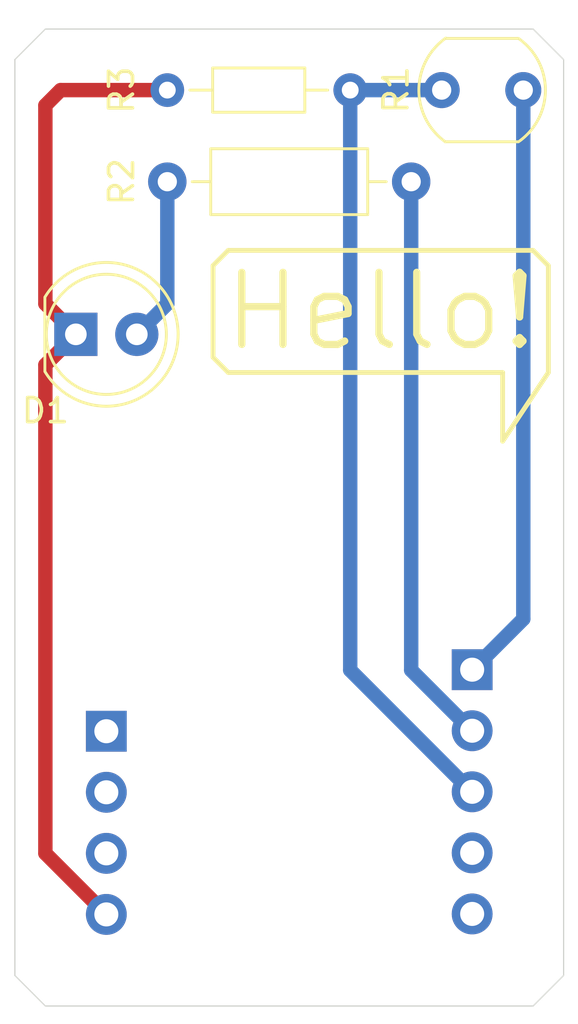
<source format=kicad_pcb>
(kicad_pcb (version 20211014) (generator pcbnew)
  (layers (0 "F.Cu" signal) (31 "B.Cu" signal) (34 "B.Paste" user) (35 "F.Paste" user) (36 "B.SilkS" user "B.Silkscreen") (37 "F.SilkS" user "F.Silkscreen") (38 "B.Mask" user) (39 "F.Mask" user) (44 "Edge.Cuts" user))
  (net 0 "")
  (net 1 "Net-(D1-Pad2)")
  (net 2 "/G5")
  (net 3 "GND")
  (net 4 "/G6")
  (net 5 "+3V3")
  (footprint "Connector_PinHeader_2.54mm:PinHeader_1x04_P2.54mm_Vertical" (layer "F.Cu") (at -7.62 22.86)
    (fp_text reference "J2" hide)
    (fp_text value "Conn_01x04" hide)
    (pad "1" thru_hole rect (at 0 0) (size 1.7 1.7) (drill 1) (layers *.Cu *.Mask))
    (pad "2" thru_hole oval (at 0 2.54) (size 1.7 1.7) (drill 1) (layers *.Cu *.Mask))
    (pad "3" thru_hole oval (at 0 5.08) (size 1.7 1.7) (drill 1) (layers *.Cu *.Mask))
    (pad "4" thru_hole oval (at 0 7.62) (size 1.7 1.7) (drill 1) (layers *.Cu *.Mask) (net 3 "GND"))
  )
  (footprint "LED_THT:LED_D5.0mm" (layer "F.Cu") (at -8.89 6.35)
    (fp_text reference "D1" (at -1.27 3.175) (layer "F.SilkS"))
    (fp_text value "LED")
    (fp_line (start -1.29 -1.545) (end -1.29 1.545) (layer "F.SilkS") (width 0.12))
    (fp_arc (start 4.26 -0.000462) (mid 2.072002 2.880433) (end -1.29 1.54483) (layer "F.SilkS") (width 0.12))
    (fp_arc (start -1.29 -1.54483) (mid 2.072002 -2.880433) (end 4.26 0.000462) (layer "F.SilkS") (width 0.12))
    (fp_circle (center 1.27 0) (end 3.77 0) (layer "F.SilkS") (width 0.12) (fill none))
    (pad "1" thru_hole rect locked (at 0 0) (size 1.8 1.8) (drill 0.9) (layers *.Cu *.Mask) (net 3 "GND"))
    (pad "2" thru_hole circle locked (at 2.54 0) (size 1.8 1.8) (drill 0.9) (layers *.Cu *.Mask) (net 1 "Net-(D1-Pad2)"))
  )
  (footprint "Connector_PinHeader_2.54mm:PinHeader_1x05_P2.54mm_Vertical" (layer "F.Cu") (at 7.62 20.3)
    (fp_text reference "J1" hide)
    (fp_text value "Conn_01x05" hide)
    (pad "1" thru_hole rect (at 0 0) (size 1.7 1.7) (drill 1) (layers *.Cu *.Mask) (net 5 "+3V3"))
    (pad "2" thru_hole oval (at 0 2.54) (size 1.7 1.7) (drill 1) (layers *.Cu *.Mask) (net 2 "/G5"))
    (pad "3" thru_hole oval (at 0 5.08) (size 1.7 1.7) (drill 1) (layers *.Cu *.Mask) (net 4 "/G6"))
    (pad "4" thru_hole oval (at 0 7.62) (size 1.7 1.7) (drill 1) (layers *.Cu *.Mask))
    (pad "5" thru_hole oval (at 0 10.16) (size 1.7 1.7) (drill 1) (layers *.Cu *.Mask))
  )
  (footprint "OptoDevice:R_LDR_5.1x4.3mm_P3.4mm_Vertical" (layer "F.Cu") (at 6.35 -3.81)
    (fp_text reference "R1" (at -1.905 -0.013368 90) (layer "F.SilkS"))
    (fp_text value "R")
    (fp_line (start 0.15 2.15) (end 3.2 2.15) (layer "F.SilkS") (width 0.12))
    (fp_line (start 0.15 -2.15) (end 3.2 -2.15) (layer "F.SilkS") (width 0.12))
    (fp_arc (start 0.15 2.15) (mid -0.950438 -0.013368) (end 0.171766 -2.165525) (layer "F.SilkS") (width 0.12))
    (fp_arc (start 3.2 -2.15) (mid 4.321403 -0.027338) (end 3.244513 2.118249) (layer "F.SilkS") (width 0.12))
    (pad "1" thru_hole circle locked (at 0 0) (size 1.5 1.5) (drill 0.8) (layers *.Cu *.Mask) (net 4 "/G6"))
    (pad "2" thru_hole circle locked (at 3.4 0) (size 1.5 1.5) (drill 0.8) (layers *.Cu *.Mask) (net 5 "+3V3"))
  )
  (footprint "Resistor_THT:R_Axial_DIN0204_L3.6mm_D1.6mm_P7.62mm_Horizontal" (layer "F.Cu") (at -5.08 -3.81)
    (fp_text reference "R3" (at -1.905 0 90) (layer "F.SilkS"))
    (fp_text value "10k")
    (fp_line (start 1.89 0.92) (end 5.73 0.92) (layer "F.SilkS") (width 0.12))
    (fp_line (start 5.73 0.92) (end 5.73 -0.92) (layer "F.SilkS") (width 0.12))
    (fp_line (start 5.73 -0.92) (end 1.89 -0.92) (layer "F.SilkS") (width 0.12))
    (fp_line (start 1.89 -0.92) (end 1.89 0.92) (layer "F.SilkS") (width 0.12))
    (fp_line (start 0.94 0) (end 1.89 0) (layer "F.SilkS") (width 0.12))
    (fp_line (start 6.68 0) (end 5.73 0) (layer "F.SilkS") (width 0.12))
    (pad "1" thru_hole circle locked (at 0 0) (size 1.4 1.4) (drill 0.7) (layers *.Cu *.Mask) (net 3 "GND"))
    (pad "2" thru_hole oval locked (at 7.62 0) (size 1.4 1.4) (drill 0.7) (layers *.Cu *.Mask) (net 4 "/G6"))
  )
  (footprint "Resistor_THT:R_Axial_DIN0207_L6.3mm_D2.5mm_P10.16mm_Horizontal" (layer "F.Cu") (at 5.08 0 180)
    (fp_text reference "R2" (at 12.065 0 90) (layer "F.SilkS"))
    (fp_text value "1k")
    (fp_line (start 9.12 0) (end 8.35 0) (layer "F.SilkS") (width 0.12))
    (fp_line (start 1.81 -1.37) (end 1.81 1.37) (layer "F.SilkS") (width 0.12))
    (fp_line (start 1.81 1.37) (end 8.35 1.37) (layer "F.SilkS") (width 0.12))
    (fp_line (start 8.35 -1.37) (end 1.81 -1.37) (layer "F.SilkS") (width 0.12))
    (fp_line (start 8.35 1.37) (end 8.35 -1.37) (layer "F.SilkS") (width 0.12))
    (fp_line (start 1.04 0) (end 1.81 0) (layer "F.SilkS") (width 0.12))
    (pad "1" thru_hole circle locked (at 0 0 180) (size 1.6 1.6) (drill 0.8) (layers *.Cu *.Mask) (net 2 "/G5"))
    (pad "2" thru_hole oval locked (at 10.16 0 180) (size 1.6 1.6) (drill 0.8) (layers *.Cu *.Mask) (net 1 "Net-(D1-Pad2)"))
  )
  (footprint "MountingHole:MountingHole_4.3mm_M4" (layer "F.Cu") (at 0 23)
    (fp_text reference "REF**" hide)
    (fp_text value "MountingHole_4.3mm_M4" hide)
    (pad "" np_thru_hole circle locked (at 0 0) (size 4.3 4.3) (drill 4.3) (layers *.Cu *.Mask))
  )
  (gr_line (start 10.16 2.8575) (end 10.795 3.4925) (layer "F.SilkS") (width 0.2))
  (gr_line (start -2.54 7.9375) (end 8.89 7.9375) (layer "F.SilkS") (width 0.2))
  (gr_line (start -3.175 7.3025) (end -2.54 7.9375) (layer "F.SilkS") (width 0.2))
  (gr_line (start 10.795 3.4925) (end 10.795 7.9375) (layer "F.SilkS") (width 0.2))
  (gr_line (start -2.54 2.8575) (end 10.16 2.8575) (layer "F.SilkS") (width 0.2))
  (gr_line (start 8.89 7.9375) (end 8.89 10.795) (layer "F.SilkS") (width 0.2))
  (gr_line (start -3.175 3.4925) (end -3.175 7.3025) (layer "F.SilkS") (width 0.2))
  (gr_line (start -3.175 3.4925) (end -2.54 2.8575) (layer "F.SilkS") (width 0.2))
  (gr_line (start 10.795 7.9375) (end 8.89 10.795) (layer "F.SilkS") (width 0.2))
  (gr_line (start 11.43 33.02) (end 11.43 -5.08) (layer "Edge.Cuts") (width 0.05))
  (gr_line (start -10.16 34.29) (end 10.16 34.29) (layer "Edge.Cuts") (width 0.05))
  (gr_line (start -11.43 33.02) (end -10.16 34.29) (layer "Edge.Cuts") (width 0.05))
  (gr_line (start 10.16 34.29) (end 11.43 33.02) (layer "Edge.Cuts") (width 0.05))
  (gr_line (start -11.43 -5.08) (end -11.43 33.02) (layer "Edge.Cuts") (width 0.05))
  (gr_line (start 11.43 -5.08) (end 10.16 -6.35) (layer "Edge.Cuts") (width 0.05))
  (gr_line (start -10.16 -6.35) (end -11.43 -5.08) (layer "Edge.Cuts") (width 0.05))
  (gr_line (start 10.16 -6.35) (end -10.16 -6.35) (layer "Edge.Cuts") (width 0.05))
  (gr_text "Hello!" (at 3.81 5.3975) (layer "F.SilkS") (effects (font (size 3 3) (thickness 0.3))))
  (segment (start -5.08 0) (end -5.08 5.08) (width 0.6) (layer "B.Cu") (net 1))
  (segment (start -5.08 5.08) (end -6.35 6.35) (width 0.6) (layer "B.Cu") (net 1))
  (segment (start 5.08 0) (end 5.08 20.32) (width 0.6) (layer "B.Cu") (net 2))
  (segment (start 5.08 20.32) (end 7.62 22.86) (width 0.6) (layer "B.Cu") (net 2))
  (segment (start -10.16 27.94) (end -7.62 30.48) (width 0.6) (layer "F.Cu") (net 3))
  (segment (start -10.16 7.62) (end -10.16 27.94) (width 0.6) (layer "F.Cu") (net 3))
  (segment (start -5.08 -3.81) (end -9.525 -3.81) (width 0.6) (layer "F.Cu") (net 3))
  (segment (start -9.525 -3.81) (end -10.16 -3.175) (width 0.6) (layer "F.Cu") (net 3))
  (segment (start -10.16 5.08) (end -8.89 6.35) (width 0.6) (layer "F.Cu") (net 3))
  (segment (start -8.89 6.35) (end -10.16 7.62) (width 0.6) (layer "F.Cu") (net 3))
  (segment (start -10.16 -3.175) (end -10.16 5.08) (width 0.6) (layer "F.Cu") (net 3))
  (segment (start 2.54 -3.81) (end 2.54 20.32) (width 0.6) (layer "B.Cu") (net 4))
  (segment (start 2.54 20.32) (end 7.62 25.4) (width 0.6) (layer "B.Cu") (net 4))
  (segment (start 2.54 -3.81) (end 6.35 -3.81) (width 0.6) (layer "B.Cu") (net 4))
  (segment (start 9.75 -3.81) (end 9.75 18.19) (width 0.6) (layer "B.Cu") (net 5))
  (segment (start 9.75 18.19) (end 7.62 20.32) (width 0.6) (layer "B.Cu") (net 5))
)
</source>
